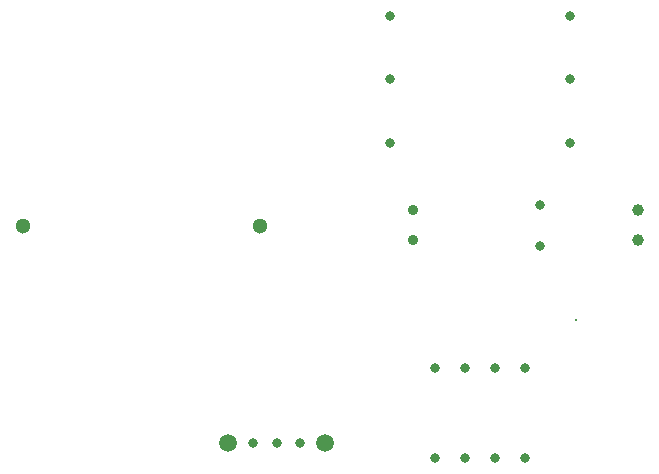
<source format=gbr>
%TF.GenerationSoftware,KiCad,Pcbnew,9.0.5*%
%TF.CreationDate,2025-11-04T12:18:06+05:30*%
%TF.ProjectId,digital_diya,64696769-7461-46c5-9f64-6979612e6b69,rev?*%
%TF.SameCoordinates,Original*%
%TF.FileFunction,Plated,1,2,PTH,Drill*%
%TF.FilePolarity,Positive*%
%FSLAX46Y46*%
G04 Gerber Fmt 4.6, Leading zero omitted, Abs format (unit mm)*
G04 Created by KiCad (PCBNEW 9.0.5) date 2025-11-04 12:18:06*
%MOMM*%
%LPD*%
G01*
G04 APERTURE LIST*
%TA.AperFunction,ViaDrill*%
%ADD10C,0.300000*%
%TD*%
%TA.AperFunction,ComponentDrill*%
%ADD11C,0.800000*%
%TD*%
%TA.AperFunction,ComponentDrill*%
%ADD12C,0.900000*%
%TD*%
%TA.AperFunction,ComponentDrill*%
%ADD13C,1.000000*%
%TD*%
%TA.AperFunction,ComponentDrill*%
%ADD14C,1.300000*%
%TD*%
%TA.AperFunction,ComponentDrill*%
%ADD15C,1.500000*%
%TD*%
G04 APERTURE END LIST*
D10*
X164338000Y-84836000D03*
D11*
%TO.C,SW2*%
X136970000Y-95250000D03*
X138970000Y-95250000D03*
X140970000Y-95250000D03*
%TO.C,R3*%
X148590000Y-59055000D03*
%TO.C,R4*%
X148590000Y-64452500D03*
%TO.C,R1*%
X148590000Y-69850000D03*
%TO.C,U1*%
X152400000Y-88895000D03*
X152400000Y-96515000D03*
X154940000Y-88895000D03*
X154940000Y-96515000D03*
X157480000Y-88895000D03*
X157480000Y-96515000D03*
X160020000Y-88895000D03*
X160020000Y-96515000D03*
%TO.C,R2*%
X161225022Y-75135000D03*
X161225022Y-78535000D03*
%TO.C,R3*%
X163830000Y-59055000D03*
%TO.C,R4*%
X163830000Y-64452500D03*
%TO.C,R1*%
X163830000Y-69850000D03*
D12*
%TO.C,D1*%
X150495000Y-75560000D03*
X150495000Y-78100000D03*
D13*
%TO.C,MK1*%
X169545000Y-75560000D03*
X169545000Y-78100000D03*
D14*
%TO.C,BT1*%
X117520914Y-76835000D03*
X137520914Y-76835000D03*
D15*
%TO.C,SW2*%
X134870000Y-95250000D03*
X143070000Y-95250000D03*
M02*

</source>
